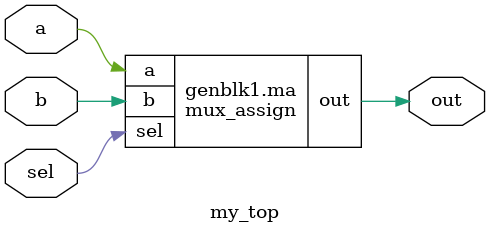
<source format=v>
module mux_assign ( input a, b, sel,
                    output out);
  assign out = sel ? a : b;
  
  initial
  	$display ("mux_assign is instantiated");
endmodule

module mux_case (input a, b, sel,
                 output reg out);
  always @ (a or b or sel) begin
  	case (sel)
    	0 : out = a;
   	 	1 : out = b;
  	endcase
  end
  initial
    $display ("mux_case is instantiated");
endmodule

module my_top (	input a, b, sel,
         		output out);
  parameter USE_CASE = 0;

  generate
  	case (USE_CASE)
	  0 : mux_assign ma(.a(a), .b(b), .sel(sel), .out(out));
      1 : mux_case mc(.a(a), .b(b), .sel(sel), .out(out));
    endcase
  endgenerate

endmodule
</source>
